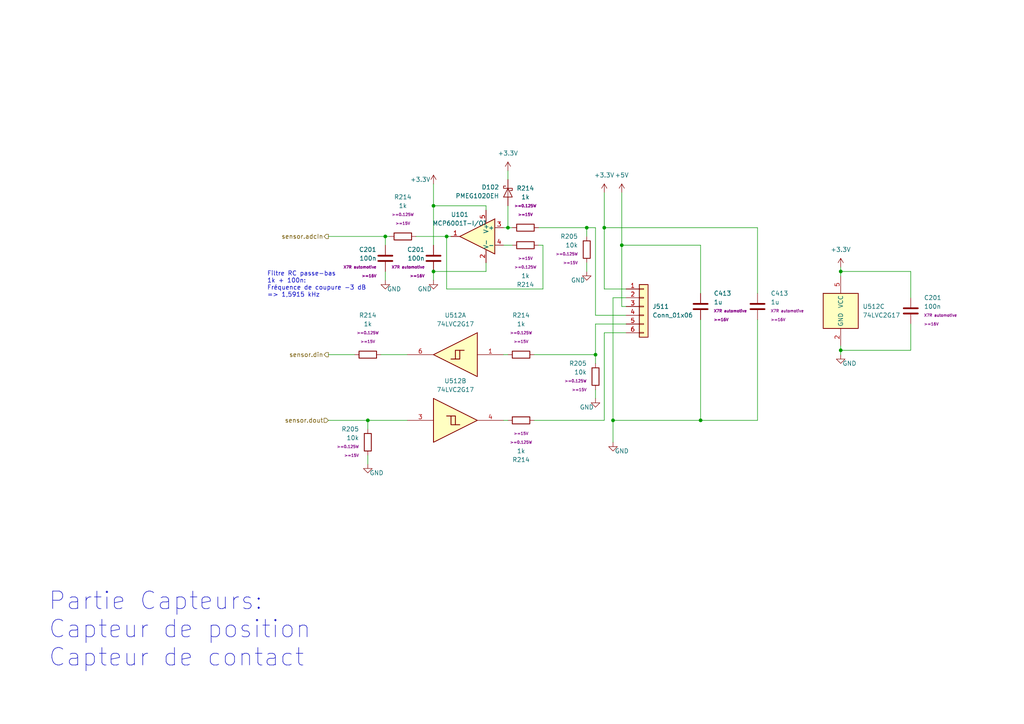
<source format=kicad_sch>
(kicad_sch (version 20230121) (generator eeschema)
  (paper "A4")
  (lib_symbols
    (symbol "74xGxx:74LVC2G17"
      (property "Reference" "U" (at -1.27 7.62 0))
      (property "Value" "74LVC2G17" (at 2.54 -7.62 0))
      (symbol "74LVC2G17_1_1"
        (polyline (pts (xy -2.54 1.27) (xy -1.27 1.27) (xy -1.27 -1.27)) (stroke (width 0.254)) (fill (type background)))
        (polyline (pts (xy -7.62 6.35) (xy -7.62 -6.35) (xy 5.08 0) (xy -7.62 6.35)) (stroke (width 0.254)) (fill (type background)))
        (polyline (pts (xy -3.81 1.27) (xy -2.54 1.27) (xy -2.54 -1.27) (xy 0 -1.27)) (stroke (width 0.254)) (fill (type background)))
        (pin input line (at -15.24 0 0) (length 7.62) (name "~") (number "1"))
        (pin output line (at 12.7 0 180) (length 7.62) (name "~") (number "6"))
      )
      (symbol "74LVC2G17_2_1"
        (polyline (pts (xy -2.54 1.27) (xy -1.27 1.27) (xy -1.27 -1.27)) (stroke (width 0.254)) (fill (type background)))
        (polyline (pts (xy -7.62 6.35) (xy -7.62 -6.35) (xy 5.08 0) (xy -7.62 6.35)) (stroke (width 0.254)) (fill (type background)))
        (polyline (pts (xy -3.81 1.27) (xy -2.54 1.27) (xy -2.54 -1.27) (xy 0 -1.27)) (stroke (width 0.254)) (fill (type background)))
        (pin input line (at -15.24 0 0) (length 7.62) (name "~") (number "3"))
        (pin output line (at 12.7 0 180) (length 7.62) (name "~") (number "4"))
      )
      (symbol "74LVC2G17_3_0"
        (rectangle (start -5.08 -5.08) (end 5.08 5.08) (stroke (width 0.254)) (fill (type background)))
      )
      (symbol "74LVC2G17_3_1"
        (pin power_in line (at 0 -10.16 90) (length 5.08) (name "GND") (number "2"))
        (pin power_in line (at 0 10.16 270) (length 5.08) (name "VCC") (number "5"))
      )
    )
    (symbol "Amplifier_Operational:MCP6001-OT" (pin_names (offset 0.127))
      (property "Reference" "U" (at -1.27 6.35 0))
      (property "Value" "MCP6001-OT" (at -1.27 3.81 0))
      (symbol "MCP6001-OT_0_1"
        (polyline (pts (xy -5.08 5.08) (xy 5.08 0) (xy -5.08 -5.08) (xy -5.08 5.08)) (stroke (width 0.254)) (fill (type background)))
        (pin power_in line (at -2.54 -7.62 90) (length 3.81) (name "V-") (number "2"))
        (pin power_in line (at -2.54 7.62 270) (length 3.81) (name "V+") (number "5"))
      )
      (symbol "MCP6001-OT_1_1"
        (pin output line (at 7.62 0 180) (length 2.54) (name "~") (number "1"))
        (pin input line (at -7.62 2.54 0) (length 2.54) (name "+") (number "3"))
        (pin input line (at -7.62 -2.54 0) (length 2.54) (name "-") (number "4"))
      )
    )
    (symbol "Connector_Generic:Conn_01x06" (pin_names (offset 1.016) hide)
      (property "Reference" "J" (at 0 7.62 0))
      (property "Value" "Conn_01x06" (at 0 -10.16 0))
      (symbol "Conn_01x06_1_1"
        (rectangle (start -1.27 -7.493) (end 0 -7.747) (stroke (width 0.1524)))
        (rectangle (start -1.27 -4.953) (end 0 -5.207) (stroke (width 0.1524)))
        (rectangle (start -1.27 -2.413) (end 0 -2.667) (stroke (width 0.1524)))
        (rectangle (start -1.27 0.127) (end 0 -0.127) (stroke (width 0.1524)))
        (rectangle (start -1.27 2.667) (end 0 2.413) (stroke (width 0.1524)))
        (rectangle (start -1.27 5.207) (end 0 4.953) (stroke (width 0.1524)))
        (rectangle (start -1.27 6.35) (end 1.27 -8.89) (stroke (width 0.254)) (fill (type background)))
        (pin passive line (at -5.08 5.08 0) (length 3.81) (name "Pin_1") (number "1"))
        (pin passive line (at -5.08 2.54 0) (length 3.81) (name "Pin_2") (number "2"))
        (pin passive line (at -5.08 0 0) (length 3.81) (name "Pin_3") (number "3"))
        (pin passive line (at -5.08 -2.54 0) (length 3.81) (name "Pin_4") (number "4"))
        (pin passive line (at -5.08 -5.08 0) (length 3.81) (name "Pin_5") (number "5"))
        (pin passive line (at -5.08 -7.62 0) (length 3.81) (name "Pin_6") (number "6"))
      )
    )
    (symbol "Device:C" (pin_numbers hide) (pin_names (offset 0.254))
      (property "Reference" "C" (at 0.635 2.54 0))
      (property "Value" "C" (at 0.635 -2.54 0))
      (symbol "C_0_1"
        (polyline (pts (xy -2.032 -0.762) (xy 2.032 -0.762)) (stroke (width 0.508)))
        (polyline (pts (xy -2.032 0.762) (xy 2.032 0.762)) (stroke (width 0.508)))
      )
      (symbol "C_1_1"
        (pin passive line (at 0 3.81 270) (length 2.794) (name "~") (number "1"))
        (pin passive line (at 0 -3.81 90) (length 2.794) (name "~") (number "2"))
      )
    )
    (symbol "Device:R" (pin_numbers hide) (pin_names (offset 0))
      (property "Reference" "R" (at 2.032 0 90))
      (property "Value" "R" (at 0 0 90))
      (symbol "R_0_1"
        (rectangle (start -1.016 -2.54) (end 1.016 2.54) (stroke (width 0.254)))
      )
      (symbol "R_1_1"
        (pin passive line (at 0 3.81 270) (length 1.27) (name "~") (number "1"))
        (pin passive line (at 0 -3.81 90) (length 1.27) (name "~") (number "2"))
      )
    )
    (symbol "Diode:PMEG1020EH" (pin_numbers hide) (pin_names hide)
      (property "Reference" "D" (at 0 2.54 0))
      (property "Value" "PMEG1020EH" (at 0 -2.54 0))
      (symbol "PMEG1020EH_0_1"
        (polyline (pts (xy 1.27 0) (xy -1.27 0)))
        (polyline (pts (xy 1.27 1.27) (xy 1.27 -1.27) (xy -1.27 0) (xy 1.27 1.27)) (stroke (width 0.2032)))
        (polyline (pts (xy -1.905 0.635) (xy -1.905 1.27) (xy -1.27 1.27) (xy -1.27 -1.27) (xy -0.635 -1.27) (xy -0.635 -0.635)) (stroke (width 0.2032)))
      )
      (symbol "PMEG1020EH_1_1"
        (pin passive line (at -3.81 0 0) (length 2.54) (name "K") (number "1"))
        (pin passive line (at 3.81 0 180) (length 2.54) (name "A") (number "2"))
      )
    )
    (symbol "power:+3.3V" (power) (pin_names (offset 0))
      (property "Value" "+3.3V" (at 0 3.556 0))
      (symbol "+3.3V_0_1"
        (polyline (pts (xy -0.762 1.27) (xy 0 2.54)))
        (polyline (pts (xy 0 0) (xy 0 2.54)))
        (polyline (pts (xy 0 2.54) (xy 0.762 1.27)))
      )
      (symbol "+3.3V_1_1"
        (pin power_in line (at 0 0 90) (length 0) hide (name "+3.3V") (number "1"))
      )
    )
    (symbol "power:+5V" (power) (pin_names (offset 0))
      (property "Value" "+5V" (at 0 3.556 0))
      (symbol "+5V_0_1"
        (polyline (pts (xy -0.762 1.27) (xy 0 2.54)))
        (polyline (pts (xy 0 0) (xy 0 2.54)))
        (polyline (pts (xy 0 2.54) (xy 0.762 1.27)))
      )
      (symbol "+5V_1_1"
        (pin power_in line (at 0 0 90) (length 0) hide (name "+5V") (number "1"))
      )
    )
    (symbol "power:GND" (power) (pin_names (offset 0))
      (property "Value" "GND" (at 0 -3.81 0))
      (symbol "GND_0_1"
        (polyline (pts (xy 0 0) (xy 0 -1.27) (xy 1.27 -1.27) (xy 0 -2.54) (xy -1.27 -1.27) (xy 0 -1.27)))
      )
      (symbol "GND_1_1"
        (pin power_in line (at 0 0 270) (length 0) hide (name "GND") (number "1"))
      )
    )
  )
  (junction (at 125.73 59.69))
  (junction (at 172.72 102.87))
  (junction (at 125.73 78.74))
  (junction (at 243.84 101.6))
  (junction (at 106.68 121.92))
  (junction (at 170.18 66.04))
  (junction (at 243.84 78.74))
  (junction (at 177.8 121.92))
  (junction (at 203.2 121.92))
  (junction (at 175.26 66.04))
  (junction (at 180.34 71.12))
  (junction (at 147.32 66.04))
  (junction (at 111.76 68.58))
  (junction (at 129.54 68.58))
  (wire (pts (xy 172.72 102.87) (xy 172.72 93.98)))
  (wire (pts (xy 95.25 102.87) (xy 102.87 102.87)))
  (wire (pts (xy 95.25 68.58) (xy 111.76 68.58)))
  (wire (pts (xy 243.84 100.33) (xy 243.84 101.6)))
  (wire (pts (xy 175.26 66.04) (xy 175.26 83.82)))
  (wire (pts (xy 203.2 92.71) (xy 203.2 121.92)))
  (wire (pts (xy 219.71 121.92) (xy 203.2 121.92)))
  (wire (pts (xy 146.05 71.12) (xy 148.59 71.12)))
  (wire (pts (xy 95.25 121.92) (xy 106.68 121.92)))
  (wire (pts (xy 172.72 102.87) (xy 172.72 105.41)))
  (wire (pts (xy 175.26 121.92) (xy 175.26 96.52)))
  (wire (pts (xy 243.84 77.47) (xy 243.84 78.74)))
  (wire (pts (xy 264.16 78.74) (xy 243.84 78.74)))
  (wire (pts (xy 154.94 121.92) (xy 175.26 121.92)))
  (wire (pts (xy 106.68 132.08) (xy 106.68 134.62)))
  (wire (pts (xy 203.2 121.92) (xy 177.8 121.92)))
  (wire (pts (xy 129.54 83.82) (xy 129.54 68.58)))
  (wire (pts (xy 170.18 66.04) (xy 170.18 68.58)))
  (wire (pts (xy 113.03 68.58) (xy 111.76 68.58)))
  (wire (pts (xy 125.73 59.69) (xy 125.73 71.12)))
  (wire (pts (xy 172.72 113.03) (xy 172.72 115.57)))
  (wire (pts (xy 177.8 86.36) (xy 181.61 86.36)))
  (wire (pts (xy 106.68 121.92) (xy 106.68 124.46)))
  (wire (pts (xy 125.73 78.74) (xy 125.73 81.28)))
  (wire (pts (xy 156.21 71.12) (xy 157.48 71.12)))
  (wire (pts (xy 264.16 86.36) (xy 264.16 78.74)))
  (wire (pts (xy 106.68 121.92) (xy 118.11 121.92)))
  (wire (pts (xy 180.34 88.9) (xy 181.61 88.9)))
  (wire (pts (xy 125.73 78.74) (xy 140.97 78.74)))
  (wire (pts (xy 264.16 93.98) (xy 264.16 101.6)))
  (wire (pts (xy 154.94 102.87) (xy 172.72 102.87)))
  (wire (pts (xy 203.2 85.09) (xy 203.2 71.12)))
  (wire (pts (xy 243.84 101.6) (xy 264.16 101.6)))
  (wire (pts (xy 177.8 121.92) (xy 177.8 128.27)))
  (wire (pts (xy 175.26 96.52) (xy 181.61 96.52)))
  (wire (pts (xy 148.59 66.04) (xy 147.32 66.04)))
  (wire (pts (xy 120.65 68.58) (xy 129.54 68.58)))
  (wire (pts (xy 110.49 102.87) (xy 118.11 102.87)))
  (wire (pts (xy 219.71 92.71) (xy 219.71 121.92)))
  (wire (pts (xy 157.48 83.82) (xy 157.48 71.12)))
  (wire (pts (xy 177.8 86.36) (xy 177.8 121.92)))
  (wire (pts (xy 170.18 76.2) (xy 170.18 78.74)))
  (wire (pts (xy 130.81 68.58) (xy 129.54 68.58)))
  (wire (pts (xy 181.61 91.44) (xy 172.72 91.44)))
  (wire (pts (xy 129.54 83.82) (xy 157.48 83.82)))
  (wire (pts (xy 203.2 71.12) (xy 180.34 71.12)))
  (wire (pts (xy 180.34 55.88) (xy 180.34 71.12)))
  (wire (pts (xy 219.71 66.04) (xy 175.26 66.04)))
  (wire (pts (xy 219.71 85.09) (xy 219.71 66.04)))
  (wire (pts (xy 147.32 66.04) (xy 146.05 66.04)))
  (wire (pts (xy 146.05 102.87) (xy 147.32 102.87)))
  (wire (pts (xy 175.26 55.88) (xy 175.26 66.04)))
  (wire (pts (xy 125.73 53.34) (xy 125.73 59.69)))
  (wire (pts (xy 243.84 78.74) (xy 243.84 80.01)))
  (wire (pts (xy 140.97 76.2) (xy 140.97 78.74)))
  (wire (pts (xy 175.26 83.82) (xy 181.61 83.82)))
  (wire (pts (xy 125.73 59.69) (xy 140.97 59.69)))
  (wire (pts (xy 243.84 101.6) (xy 243.84 102.87)))
  (wire (pts (xy 156.21 66.04) (xy 170.18 66.04)))
  (wire (pts (xy 111.76 68.58) (xy 111.76 71.12)))
  (wire (pts (xy 180.34 71.12) (xy 180.34 88.9)))
  (wire (pts (xy 111.76 78.74) (xy 111.76 81.28)))
  (wire (pts (xy 147.32 59.69) (xy 147.32 66.04)))
  (wire (pts (xy 146.05 121.92) (xy 147.32 121.92)))
  (wire (pts (xy 170.18 66.04) (xy 172.72 66.04)))
  (wire (pts (xy 172.72 93.98) (xy 181.61 93.98)))
  (wire (pts (xy 172.72 91.44) (xy 172.72 66.04)))
  (wire (pts (xy 147.32 49.53) (xy 147.32 52.07)))
  (wire (pts (xy 140.97 60.96) (xy 140.97 59.69)))
  (text "Filtre RC passe-bas\n1k + 100n:\nFréquence de coupure -3 dB\n=> 1,5915 kHz" (at 77.47 86.36 0) (effects (font (size 1.27 1.27)) (justify left bottom)))
  (text "Partie Capteurs:\nCapteur de position\nCapteur de contact\n\n" (at 13.97 201.93 0) (effects (font (size 5.08 5.08)) (justify left bottom)))
  (hierarchical_label "sensor.din" (shape output) (at 95.25 102.87 180))
  (hierarchical_label "sensor.adcIn" (shape output) (at 95.25 68.58 180))
  (hierarchical_label "sensor.dout" (shape input) (at 95.25 121.92 180))
  (symbol (lib_id "Device:R") (at 106.68 128.27 0) (mirror y) (unit 1)
    (property "Reference" "R205" (at 104.14 124.46 0) (effects (justify left)))
    (property "Value" "10k" (at 104.14 127 0) (effects (justify left)))
    (property "Footprint" "Resistor_SMD:R_0805_2012Metric" (effects hide))
    (property "Value 2" ">=0.125W" (at 104.14 129.54 0) (effects (font (size 0.8 0.8)) (justify left)))
    (property "Value 3" ">=15V" (at 104.14 132.08 0) (effects (font (size 0.8 0.8)) (justify left)))
    (property "Manufacturer" "KOA or Vishay or PANASONIC" (effects hide))
    (property "Tolerance" "<=1%" (effects hide))
    (property "Package" "0805" (effects hide))
    (property "LCSC" "C17414" (effects hide))
    (instances (project "robot-5A" (path "" (reference "R205") (unit 1)) (path "" (reference "R519") (unit 1)) (path "" (reference "R529") (unit 1)) (path "" (reference "R539") (unit 1)) (path "" (reference "R549") (unit 1)) (path "" (reference "R559") (unit 1)) (path "" (reference "R569") (unit 1))))
  )
  (symbol (lib_id "74xGxx:74LVC2G17") (at 243.84 90.17 0) (unit 3)
    (property "Reference" "U512" (at 250.19 88.9 0) (effects (justify left)))
    (property "Value" "74LVC2G17" (at 250.19 91.44 0) (effects (justify left)))
    (property "Footprint" "Package_TO_SOT_SMD:SOT-23-6" (effects hide))
    (property "Datasheet" "https://datasheet.lcsc.com/lcsc/1809200013_Texas-Instruments-SN74LVC2G17DBVR_C10429.pdf" (effects hide))
    (property "MPN" "SN74LVC2G17DBVR" (effects hide))
    (property "Manufacturer" "Texas Instruments" (effects hide))
    (property "Package" "SOT-23-6" (effects hide))
    (property "LCSC" "C10429" (effects hide))
    (instances (project "robot-5A" (path "" (reference "U512") (unit 3)) (path "" (reference "U522") (unit 3)) (path "" (reference "U532") (unit 3)) (path "" (reference "U542") (unit 3)) (path "" (reference "U552") (unit 3)) (path "" (reference "U562") (unit 3))))
  )
  (symbol (lib_id "Device:R") (at 116.84 68.58 90) (unit 1)
    (property "Reference" "R214" (at 116.84 57.15 90))
    (property "Value" "1k" (at 116.84 59.69 90))
    (property "Footprint" "Resistor_SMD:R_0805_2012Metric" (effects hide))
    (property "Value 2" ">=0.125W" (at 116.84 62.23 90) (effects (font (size 0.8 0.8))))
    (property "Value 3" ">=15V" (at 116.84 64.77 90) (effects (font (size 0.8 0.8))))
    (property "Manufacturer" "KOA or Vishay or PANASONIC" (effects hide))
    (property "Tolerance" "<=1%" (effects hide))
    (property "Package" "0805" (effects hide))
    (property "LCSC" "C17513" (effects hide))
    (instances (project "robot-5A" (path "" (reference "R214") (unit 1)) (path "" (reference "R512") (unit 1)) (path "" (reference "R522") (unit 1)) (path "" (reference "R532") (unit 1)) (path "" (reference "R542") (unit 1)) (path "" (reference "R552") (unit 1)) (path "" (reference "R562") (unit 1))))
  )
  (symbol (lib_id "Device:R") (at 152.4 66.04 90) (unit 1)
    (property "Reference" "R214" (at 152.4 54.61 90))
    (property "Value" "1k" (at 152.4 57.15 90))
    (property "Footprint" "Resistor_SMD:R_0805_2012Metric" (effects hide))
    (property "Value 2" ">=0.125W" (at 152.4 59.69 90) (effects (font (size 0.8 0.8))))
    (property "Value 3" ">=15V" (at 152.4 62.23 90) (effects (font (size 0.8 0.8))))
    (property "Manufacturer" "KOA or Vishay or PANASONIC" (effects hide))
    (property "Tolerance" "<=1%" (effects hide))
    (property "Package" "0805" (effects hide))
    (property "LCSC" "C17513" (effects hide))
    (instances (project "robot-5A" (path "" (reference "R214") (unit 1)) (path "" (reference "R511") (unit 1)) (path "" (reference "R521") (unit 1)) (path "" (reference "R531") (unit 1)) (path "" (reference "R541") (unit 1)) (path "" (reference "R551") (unit 1)) (path "" (reference "R561") (unit 1))))
  )
  (symbol (lib_id "Connector_Generic:Conn_01x06") (at 186.69 88.9 0) (unit 1) (in_bom no)
    (property "Reference" "J511" (at 189.23 88.9 0) (effects (justify left)))
    (property "Value" "Conn_01x06" (at 189.23 91.44 0) (effects (justify left)))
    (property "Footprint" "Connector_JST:JST_XH_B6B-XH-AM_1x06_P2.50mm_Vertical" (effects hide))
    (property "MPN" "XH 2.54" (effects hide))
    (property "Manufacturer" "JST" (effects hide))
    (property "Package" "1x06 JST XH 2.54" (effects hide))
    (property "LCSC" "C144397 " (effects hide))
    (instances (project "robot-5A" (path "" (reference "J511") (unit 1)) (path "" (reference "J521") (unit 1)) (path "" (reference "J531") (unit 1)) (path "" (reference "J541") (unit 1)) (path "" (reference "J551") (unit 1)) (path "" (reference "J561") (unit 1))))
  )
  (symbol (lib_id "Device:C") (at 125.73 74.93 0) (mirror x) (unit 1)
    (property "Reference" "C201" (at 123.19 72.39 0) (effects (justify right)))
    (property "Value" "100n" (at 123.19 74.93 0) (effects (justify right)))
    (property "Footprint" "Capacitor_SMD:C_0805_2012Metric" (effects hide))
    (property "Value 2" "X7R automotive" (at 123.19 77.47 0) (effects (font (size 0.8 0.8)) (justify right)))
    (property "Value 3" ">=16V" (at 123.19 80.01 0) (effects (font (size 0.8 0.8)) (justify right)))
    (property "Manufacturer" "Kyocera or Samsung" (effects hide))
    (property "Tolerance" "<=10%" (effects hide))
    (property "Package" "0805" (effects hide))
    (property "LCSC" "C28233" (effects hide))
    (instances (project "robot-5A" (path "" (reference "C201") (unit 1)) (path "" (reference "C512") (unit 1)) (path "" (reference "C101") (unit 1)) (path "" (reference "C522") (unit 1)) (path "" (reference "C532") (unit 1)) (path "" (reference "C542") (unit 1)) (path "" (reference "C552") (unit 1)) (path "" (reference "C562") (unit 1))))
  )
  (symbol (lib_id "Device:R") (at 172.72 109.22 0) (mirror y) (unit 1)
    (property "Reference" "R205" (at 170.18 105.41 0) (effects (justify left)))
    (property "Value" "10k" (at 170.18 107.95 0) (effects (justify left)))
    (property "Footprint" "Resistor_SMD:R_0805_2012Metric" (effects hide))
    (property "Value 2" ">=0.125W" (at 170.18 110.49 0) (effects (font (size 0.8 0.8)) (justify left)))
    (property "Value 3" ">=15V" (at 170.18 113.03 0) (effects (font (size 0.8 0.8)) (justify left)))
    (property "Manufacturer" "KOA or Vishay or PANASONIC" (effects hide))
    (property "Tolerance" "<=1%" (effects hide))
    (property "Package" "0805" (effects hide))
    (property "LCSC" "C17414" (effects hide))
    (instances (project "robot-5A" (path "" (reference "R205") (unit 1)) (path "" (reference "R517") (unit 1)) (path "" (reference "R527") (unit 1)) (path "" (reference "R537") (unit 1)) (path "" (reference "R547") (unit 1)) (path "" (reference "R557") (unit 1)) (path "" (reference "R567") (unit 1))))
  )
  (symbol (lib_id "Device:C") (at 203.2 88.9 0) (unit 1)
    (property "Reference" "C413" (at 207.01 85.09 0) (effects (justify left)))
    (property "Value" "1u" (at 207.01 87.63 0) (effects (justify left)))
    (property "Footprint" "Capacitor_SMD:C_0805_2012Metric" (effects hide))
    (property "Value 2" "X7R automotive" (at 207.01 90.17 0) (effects (font (size 0.8 0.8)) (justify left)))
    (property "Value 3" ">=16V" (at 207.01 92.71 0) (effects (font (size 0.8 0.8)) (justify left)))
    (property "Manufacturer" "Kyocera or Samsung" (effects hide))
    (property "Tolerance" "<=10%" (effects hide))
    (property "Package" "0805" (effects hide))
    (property "LCSC" "C28323" (effects hide))
    (instances (project "robot-5A" (path "" (reference "C413") (unit 1)) (path "" (reference "C514") (unit 1)) (path "" (reference "C524") (unit 1)) (path "" (reference "C534") (unit 1)) (path "" (reference "C544") (unit 1)) (path "" (reference "C554") (unit 1)) (path "" (reference "C564") (unit 1))))
  )
  (symbol (lib_id "Amplifier_Operational:MCP6001-OT") (at 138.43 68.58 0) (mirror y) (unit 1)
    (property "Reference" "U101" (at 133.35 62.23 0))
    (property "Value" "MCP6001T-I/OT" (at 133.35 64.77 0))
    (property "Footprint" "Package_TO_SOT_SMD:SOT-23-5" (effects hide))
    (property "Datasheet" "https://ww1.microchip.com/downloads/en/DeviceDoc/MCP6001-1R-1U-2-4-1-MHz-Low-Power-Op-Amp-DS20001733L.pdf" (effects hide))
    (property "Package" "SOT-23-5" (effects hide))
    (property "LCSC" "C116490" (effects hide))
    (instances (project "robot-5A" (path "" (reference "U101") (unit 1)) (path "" (reference "U511") (unit 1)) (path "" (reference "U521") (unit 1)) (path "" (reference "U531") (unit 1)) (path "" (reference "U541") (unit 1)) (path "" (reference "U551") (unit 1)) (path "" (reference "U561") (unit 1))))
  )
  (symbol (lib_id "Device:R") (at 151.13 121.92 90) (mirror x) (unit 1)
    (property "Reference" "R214" (at 151.13 133.35 90))
    (property "Value" "1k" (at 151.13 130.81 90))
    (property "Footprint" "Resistor_SMD:R_0805_2012Metric" (effects hide))
    (property "Value 2" ">=0.125W" (at 151.13 128.27 90) (effects (font (size 0.8 0.8))))
    (property "Value 3" ">=15V" (at 151.13 125.73 90) (effects (font (size 0.8 0.8))))
    (property "Manufacturer" "KOA or Vishay or PANASONIC" (effects hide))
    (property "Tolerance" "<=1%" (effects hide))
    (property "Package" "0805" (effects hide))
    (property "LCSC" "C17513" (effects hide))
    (instances (project "robot-5A" (path "" (reference "R214") (unit 1)) (path "" (reference "R518") (unit 1)) (path "" (reference "R528") (unit 1)) (path "" (reference "R538") (unit 1)) (path "" (reference "R548") (unit 1)) (path "" (reference "R558") (unit 1)) (path "" (reference "R568") (unit 1))))
  )
  (symbol (lib_id "Device:C") (at 264.16 90.17 0) (unit 1)
    (property "Reference" "C201" (at 267.97 86.36 0) (effects (justify left)))
    (property "Value" "100n" (at 267.97 88.9 0) (effects (justify left)))
    (property "Footprint" "Capacitor_SMD:C_0805_2012Metric" (effects hide))
    (property "Value 2" "X7R automotive" (at 267.97 91.44 0) (effects (font (size 0.8 0.8)) (justify left)))
    (property "Value 3" ">=16V" (at 267.97 93.98 0) (effects (font (size 0.8 0.8)) (justify left)))
    (property "Manufacturer" "Kyocera or Samsung" (effects hide))
    (property "Tolerance" "<=10%" (effects hide))
    (property "Package" "0805" (effects hide))
    (property "LCSC" "C28233" (effects hide))
    (instances (project "robot-5A" (path "" (reference "C201") (unit 1)) (path "" (reference "C102") (unit 1)) (path "" (reference "C513") (unit 1)) (path "" (reference "C523") (unit 1)) (path "" (reference "C533") (unit 1)) (path "" (reference "C543") (unit 1)) (path "" (reference "C553") (unit 1)) (path "" (reference "C563") (unit 1))))
  )
  (symbol (lib_id "power:GND") (at 172.72 115.57 0) (mirror y) (unit 1)
    (property "Reference" "#PWR015" (effects hide))
    (property "Value" "GND" (at 170.18 118.11 0))
    (instances (project "Projet 3eme Annee - ROBOT" (path "" (reference "#PWR015") (unit 1))) (project "robot-5A" (path "" (reference "#PWR0207") (unit 1)) (path "" (reference "#PWR0519") (unit 1)) (path "" (reference "#PWR0529") (unit 1)) (path "" (reference "#PWR0539") (unit 1)) (path "" (reference "#PWR0574") (unit 1)) (path "" (reference "#PWR0559") (unit 1)) (path "" (reference "#PWR0569") (unit 1))) (project "Schema Racine" (path "" (reference "#PWR07") (unit 1)) (path "" (reference "#PWR046") (unit 1))))
  )
  (symbol (lib_id "Device:R") (at 106.68 102.87 90) (unit 1)
    (property "Reference" "R214" (at 106.68 91.44 90))
    (property "Value" "1k" (at 106.68 93.98 90))
    (property "Footprint" "Resistor_SMD:R_0805_2012Metric" (effects hide))
    (property "Value 2" ">=0.125W" (at 106.68 96.52 90) (effects (font (size 0.8 0.8))))
    (property "Value 3" ">=15V" (at 106.68 99.06 90) (effects (font (size 0.8 0.8))))
    (property "Manufacturer" "KOA or Vishay or PANASONIC" (effects hide))
    (property "Tolerance" "<=1%" (effects hide))
    (property "Package" "0805" (effects hide))
    (property "LCSC" "C17513" (effects hide))
    (instances (project "robot-5A" (path "" (reference "R214") (unit 1)) (path "" (reference "R515") (unit 1)) (path "" (reference "R525") (unit 1)) (path "" (reference "R535") (unit 1)) (path "" (reference "R545") (unit 1)) (path "" (reference "R555") (unit 1)) (path "" (reference "R565") (unit 1))))
  )
  (symbol (lib_id "74xGxx:74LVC2G17") (at 133.35 121.92 0) (unit 2)
    (property "Reference" "U512" (at 132.08 110.49 0))
    (property "Value" "74LVC2G17" (at 132.08 113.03 0))
    (property "Footprint" "Package_TO_SOT_SMD:SOT-23-6" (effects hide))
    (property "Datasheet" "https://datasheet.lcsc.com/lcsc/1809200013_Texas-Instruments-SN74LVC2G17DBVR_C10429.pdf" (effects hide))
    (property "MPN" "SN74LVC2G17DBVR" (effects hide))
    (property "Manufacturer" "Texas Instruments" (effects hide))
    (property "Package" "SOT-23-6" (effects hide))
    (property "LCSC" "C10429" (effects hide))
    (instances (project "robot-5A" (path "" (reference "U512") (unit 2)) (path "" (reference "U522") (unit 2)) (path "" (reference "U532") (unit 2)) (path "" (reference "U542") (unit 2)) (path "" (reference "U552") (unit 2)) (path "" (reference "U562") (unit 2))))
  )
  (symbol (lib_id "Device:R") (at 170.18 72.39 0) (mirror y) (unit 1)
    (property "Reference" "R205" (at 167.64 68.58 0) (effects (justify left)))
    (property "Value" "10k" (at 167.64 71.12 0) (effects (justify left)))
    (property "Footprint" "Resistor_SMD:R_0805_2012Metric" (effects hide))
    (property "Value 2" ">=0.125W" (at 167.64 73.66 0) (effects (font (size 0.8 0.8)) (justify left)))
    (property "Value 3" ">=15V" (at 167.64 76.2 0) (effects (font (size 0.8 0.8)) (justify left)))
    (property "Manufacturer" "KOA or Vishay or PANASONIC" (effects hide))
    (property "Tolerance" "<=1%" (effects hide))
    (property "Package" "0805" (effects hide))
    (property "LCSC" "C17414" (effects hide))
    (instances (project "robot-5A" (path "" (reference "R205") (unit 1)) (path "" (reference "R514") (unit 1)) (path "" (reference "R524") (unit 1)) (path "" (reference "R534") (unit 1)) (path "" (reference "R544") (unit 1)) (path "" (reference "R554") (unit 1)) (path "" (reference "R564") (unit 1))))
  )
  (symbol (lib_id "power:+5V") (at 180.34 55.88 0) (unit 1)
    (property "Reference" "#PWR0304" (effects hide))
    (property "Value" "+5V" (at 180.34 50.8 0))
    (instances (project "robot-5A" (path "" (reference "#PWR0304") (unit 1)) (path "" (reference "#PWR0513") (unit 1)) (path "" (reference "#PWR0523") (unit 1)) (path "" (reference "#PWR0533") (unit 1)) (path "" (reference "#PWR0543") (unit 1)) (path "" (reference "#PWR0553") (unit 1)) (path "" (reference "#PWR0563") (unit 1))))
  )
  (symbol (lib_id "power:GND") (at 243.84 102.87 0) (unit 1)
    (property "Reference" "#PWR015" (effects hide))
    (property "Value" "GND" (at 246.38 105.41 0))
    (instances (project "Projet 3eme Annee - ROBOT" (path "" (reference "#PWR015") (unit 1))) (project "robot-5A" (path "" (reference "#PWR0202") (unit 1)) (path "" (reference "#PWR0518") (unit 1)) (path "" (reference "#PWR0528") (unit 1)) (path "" (reference "#PWR0538") (unit 1)) (path "" (reference "#PWR0573") (unit 1)) (path "" (reference "#PWR0558") (unit 1)) (path "" (reference "#PWR0568") (unit 1))) (project "Schema Racine" (path "" (reference "#PWR07") (unit 1)) (path "" (reference "#PWR046") (unit 1))))
  )
  (symbol (lib_id "Device:C") (at 219.71 88.9 0) (unit 1)
    (property "Reference" "C413" (at 223.52 85.09 0) (effects (justify left)))
    (property "Value" "1u" (at 223.52 87.63 0) (effects (justify left)))
    (property "Footprint" "Capacitor_SMD:C_0805_2012Metric" (effects hide))
    (property "Value 2" "X7R automotive" (at 223.52 90.17 0) (effects (font (size 0.8 0.8)) (justify left)))
    (property "Value 3" ">=16V" (at 223.52 92.71 0) (effects (font (size 0.8 0.8)) (justify left)))
    (property "Manufacturer" "Kyocera or Samsung" (effects hide))
    (property "Tolerance" "<=10%" (effects hide))
    (property "Package" "0805" (effects hide))
    (property "LCSC" "C28323" (effects hide))
    (instances (project "robot-5A" (path "" (reference "C413") (unit 1)) (path "" (reference "C515") (unit 1)) (path "" (reference "C525") (unit 1)) (path "" (reference "C535") (unit 1)) (path "" (reference "C545") (unit 1)) (path "" (reference "C555") (unit 1)) (path "" (reference "C565") (unit 1))))
  )
  (symbol (lib_id "power:GND") (at 125.73 81.28 0) (mirror y) (unit 1)
    (property "Reference" "#PWR015" (effects hide))
    (property "Value" "GND" (at 123.19 83.82 0))
    (instances (project "Projet 3eme Annee - ROBOT" (path "" (reference "#PWR015") (unit 1))) (project "robot-5A" (path "" (reference "#PWR0202") (unit 1)) (path "" (reference "#PWR0517") (unit 1)) (path "" (reference "#PWR0527") (unit 1)) (path "" (reference "#PWR0537") (unit 1)) (path "" (reference "#PWR0550") (unit 1)) (path "" (reference "#PWR0557") (unit 1)) (path "" (reference "#PWR0567") (unit 1))) (project "Schema Racine" (path "" (reference "#PWR07") (unit 1)) (path "" (reference "#PWR046") (unit 1))))
  )
  (symbol (lib_id "power:+3.3V") (at 175.26 55.88 0) (unit 1)
    (property "Reference" "#PWR0201" (effects hide))
    (property "Value" "+3.3V" (at 175.26 50.8 0))
    (instances (project "robot-5A" (path "" (reference "#PWR0201") (unit 1)) (path "" (reference "#PWR0512") (unit 1)) (path "" (reference "#PWR0522") (unit 1)) (path "" (reference "#PWR0532") (unit 1)) (path "" (reference "#PWR0542") (unit 1)) (path "" (reference "#PWR0552") (unit 1)) (path "" (reference "#PWR0562") (unit 1))))
  )
  (symbol (lib_id "power:GND") (at 106.68 134.62 0) (unit 1)
    (property "Reference" "#PWR015" (effects hide))
    (property "Value" "GND" (at 109.22 137.16 0))
    (instances (project "Projet 3eme Annee - ROBOT" (path "" (reference "#PWR015") (unit 1))) (project "robot-5A" (path "" (reference "#PWR0207") (unit 1)) (path "" (reference "#PWR0547") (unit 1)) (path "" (reference "#PWR0546") (unit 1)) (path "" (reference "#PWR0545") (unit 1)) (path "" (reference "#PWR0576") (unit 1)) (path "" (reference "#PWR0572") (unit 1)) (path "" (reference "#PWR0571") (unit 1))) (project "Schema Racine" (path "" (reference "#PWR07") (unit 1)) (path "" (reference "#PWR046") (unit 1))))
  )
  (symbol (lib_id "Device:C") (at 111.76 74.93 0) (mirror x) (unit 1)
    (property "Reference" "C201" (at 109.22 72.39 0) (effects (justify right)))
    (property "Value" "100n" (at 109.22 74.93 0) (effects (justify right)))
    (property "Footprint" "Capacitor_SMD:C_0805_2012Metric" (effects hide))
    (property "Value 2" "X7R automotive" (at 109.22 77.47 0) (effects (font (size 0.8 0.8)) (justify right)))
    (property "Value 3" ">=16V" (at 109.22 80.01 0) (effects (font (size 0.8 0.8)) (justify right)))
    (property "Manufacturer" "Kyocera or Samsung" (effects hide))
    (property "Tolerance" "<=10%" (effects hide))
    (property "Package" "0805" (effects hide))
    (property "LCSC" "C28233" (effects hide))
    (instances (project "robot-5A" (path "" (reference "C201") (unit 1)) (path "" (reference "C511") (unit 1)) (path "" (reference "C101") (unit 1)) (path "" (reference "C521") (unit 1)) (path "" (reference "C531") (unit 1)) (path "" (reference "C541") (unit 1)) (path "" (reference "C551") (unit 1)) (path "" (reference "C561") (unit 1))))
  )
  (symbol (lib_id "power:+3.3V") (at 243.84 77.47 0) (unit 1)
    (property "Reference" "#PWR0201" (effects hide))
    (property "Value" "+3.3V" (at 243.84 72.39 0))
    (instances (project "robot-5A" (path "" (reference "#PWR0201") (unit 1)) (path "" (reference "#PWR0514") (unit 1)) (path "" (reference "#PWR0524") (unit 1)) (path "" (reference "#PWR0534") (unit 1)) (path "" (reference "#PWR0544") (unit 1)) (path "" (reference "#PWR0554") (unit 1)) (path "" (reference "#PWR0564") (unit 1))))
  )
  (symbol (lib_id "74xGxx:74LVC2G17") (at 130.81 102.87 0) (mirror y) (unit 1)
    (property "Reference" "U512" (at 132.08 91.44 0))
    (property "Value" "74LVC2G17" (at 132.08 93.98 0))
    (property "Footprint" "Package_TO_SOT_SMD:SOT-23-6" (effects hide))
    (property "Datasheet" "https://datasheet.lcsc.com/lcsc/1809200013_Texas-Instruments-SN74LVC2G17DBVR_C10429.pdf" (effects hide))
    (property "MPN" "SN74LVC2G17DBVR" (effects hide))
    (property "Manufacturer" "Texas Instruments" (effects hide))
    (property "Package" "SOT-23-6" (effects hide))
    (property "LCSC" "C10429" (effects hide))
    (instances (project "robot-5A" (path "" (reference "U512") (unit 1)) (path "" (reference "U522") (unit 1)) (path "" (reference "U532") (unit 1)) (path "" (reference "U542") (unit 1)) (path "" (reference "U552") (unit 1)) (path "" (reference "U562") (unit 1))))
  )
  (symbol (lib_id "power:+3.3V") (at 125.73 53.34 0) (unit 1)
    (property "Reference" "#PWR0201" (effects hide))
    (property "Value" "+3.3V" (at 121.92 52.07 0))
    (instances (project "robot-5A" (path "" (reference "#PWR0201") (unit 1)) (path "" (reference "#PWR0511") (unit 1)) (path "" (reference "#PWR0521") (unit 1)) (path "" (reference "#PWR0531") (unit 1)) (path "" (reference "#PWR0541") (unit 1)) (path "" (reference "#PWR0551") (unit 1)) (path "" (reference "#PWR0561") (unit 1))))
  )
  (symbol (lib_id "power:GND") (at 177.8 128.27 0) (unit 1)
    (property "Reference" "#PWR015" (effects hide))
    (property "Value" "GND" (at 180.34 130.81 0))
    (instances (project "Projet 3eme Annee - ROBOT" (path "" (reference "#PWR015") (unit 1))) (project "robot-5A" (path "" (reference "#PWR0202") (unit 1)) (path "" (reference "#PWR0520") (unit 1)) (path "" (reference "#PWR0530") (unit 1)) (path "" (reference "#PWR0540") (unit 1)) (path "" (reference "#PWR0575") (unit 1)) (path "" (reference "#PWR0560") (unit 1)) (path "" (reference "#PWR0570") (unit 1))) (project "Schema Racine" (path "" (reference "#PWR07") (unit 1)) (path "" (reference "#PWR046") (unit 1))))
  )
  (symbol (lib_id "power:GND") (at 170.18 78.74 0) (mirror y) (unit 1)
    (property "Reference" "#PWR015" (effects hide))
    (property "Value" "GND" (at 167.64 81.28 0))
    (instances (project "Projet 3eme Annee - ROBOT" (path "" (reference "#PWR015") (unit 1))) (project "robot-5A" (path "" (reference "#PWR0207") (unit 1)) (path "" (reference "#PWR0515") (unit 1)) (path "" (reference "#PWR0525") (unit 1)) (path "" (reference "#PWR0535") (unit 1)) (path "" (reference "#PWR0548") (unit 1)) (path "" (reference "#PWR0555") (unit 1)) (path "" (reference "#PWR0565") (unit 1))) (project "Schema Racine" (path "" (reference "#PWR07") (unit 1)) (path "" (reference "#PWR046") (unit 1))))
  )
  (symbol (lib_id "Device:R") (at 151.13 102.87 90) (unit 1)
    (property "Reference" "R214" (at 151.13 91.44 90))
    (property "Value" "1k" (at 151.13 93.98 90))
    (property "Footprint" "Resistor_SMD:R_0805_2012Metric" (effects hide))
    (property "Value 2" ">=0.125W" (at 151.13 96.52 90) (effects (font (size 0.8 0.8))))
    (property "Value 3" ">=15V" (at 151.13 99.06 90) (effects (font (size 0.8 0.8))))
    (property "Manufacturer" "KOA or Vishay or PANASONIC" (effects hide))
    (property "Tolerance" "<=1%" (effects hide))
    (property "Package" "0805" (effects hide))
    (property "LCSC" "C17513" (effects hide))
    (instances (project "robot-5A" (path "" (reference "R214") (unit 1)) (path "" (reference "R516") (unit 1)) (path "" (reference "R526") (unit 1)) (path "" (reference "R536") (unit 1)) (path "" (reference "R546") (unit 1)) (path "" (reference "R556") (unit 1)) (path "" (reference "R566") (unit 1))))
  )
  (symbol (lib_id "Diode:PMEG1020EH") (at 147.32 55.88 90) (mirror x) (unit 1)
    (property "Reference" "D102" (at 144.78 54.2925 90) (effects (justify left)))
    (property "Value" "PMEG1020EH" (at 144.78 56.8325 90) (effects (justify left)))
    (property "Footprint" "Diode_SMD:D_SOD-123F" (effects hide))
    (property "Datasheet" "https://assets.nexperia.com/documents/data-sheet/PMEG1020EH.pdf" (effects hide))
    (property "MPN" "PMEG1020EH" (effects hide))
    (property "Manufacturer" "Nexperia" (effects hide))
    (property "Package" "SOD-123F" (effects hide))
    (property "LCSC" "C552798" (effects hide))
    (instances (project "robot-5A" (path "" (reference "D102") (unit 1)) (path "" (reference "D511") (unit 1)) (path "" (reference "D521") (unit 1)) (path "" (reference "D531") (unit 1)) (path "" (reference "D541") (unit 1)) (path "" (reference "D551") (unit 1)) (path "" (reference "D561") (unit 1))) (project "Drilling_1500W" (path "" (reference "D?") (unit 1)) (path "" (reference "D101") (unit 1))))
  )
  (symbol (lib_id "Device:R") (at 152.4 71.12 90) (mirror x) (unit 1)
    (property "Reference" "R214" (at 152.4 82.55 90))
    (property "Value" "1k" (at 152.4 80.01 90))
    (property "Footprint" "Resistor_SMD:R_0805_2012Metric" (effects hide))
    (property "Value 2" ">=0.125W" (at 152.4 77.47 90) (effects (font (size 0.8 0.8))))
    (property "Value 3" ">=15V" (at 152.4 74.93 90) (effects (font (size 0.8 0.8))))
    (property "Manufacturer" "KOA or Vishay or PANASONIC" (effects hide))
    (property "Tolerance" "<=1%" (effects hide))
    (property "Package" "0805" (effects hide))
    (property "LCSC" "C17513" (effects hide))
    (instances (project "robot-5A" (path "" (reference "R214") (unit 1)) (path "" (reference "R513") (unit 1)) (path "" (reference "R523") (unit 1)) (path "" (reference "R533") (unit 1)) (path "" (reference "R543") (unit 1)) (path "" (reference "R553") (unit 1)) (path "" (reference "R563") (unit 1))))
  )
  (symbol (lib_id "power:GND") (at 111.76 81.28 0) (unit 1)
    (property "Reference" "#PWR015" (effects hide))
    (property "Value" "GND" (at 114.3 83.82 0))
    (instances (project "Projet 3eme Annee - ROBOT" (path "" (reference "#PWR015") (unit 1))) (project "robot-5A" (path "" (reference "#PWR0202") (unit 1)) (path "" (reference "#PWR0516") (unit 1)) (path "" (reference "#PWR0526") (unit 1)) (path "" (reference "#PWR0536") (unit 1)) (path "" (reference "#PWR0549") (unit 1)) (path "" (reference "#PWR0556") (unit 1)) (path "" (reference "#PWR0566") (unit 1))) (project "Schema Racine" (path "" (reference "#PWR07") (unit 1)) (path "" (reference "#PWR046") (unit 1))))
  )
  (symbol (lib_id "power:+3.3V") (at 147.32 49.53 0) (unit 1)
    (property "Reference" "#PWR0201" (effects hide))
    (property "Value" "+3.3V" (at 147.32 44.45 0))
    (instances (project "robot-5A" (path "" (reference "#PWR0201") (unit 1)) (path "" (reference "#PWR0217") (unit 1)) (path "" (reference "#PWR0218") (unit 1)) (path "" (reference "#PWR0219") (unit 1)) (path "" (reference "#PWR0220") (unit 1)) (path "" (reference "#PWR0221") (unit 1)) (path "" (reference "#PWR0222") (unit 1))))
  )
)
</source>
